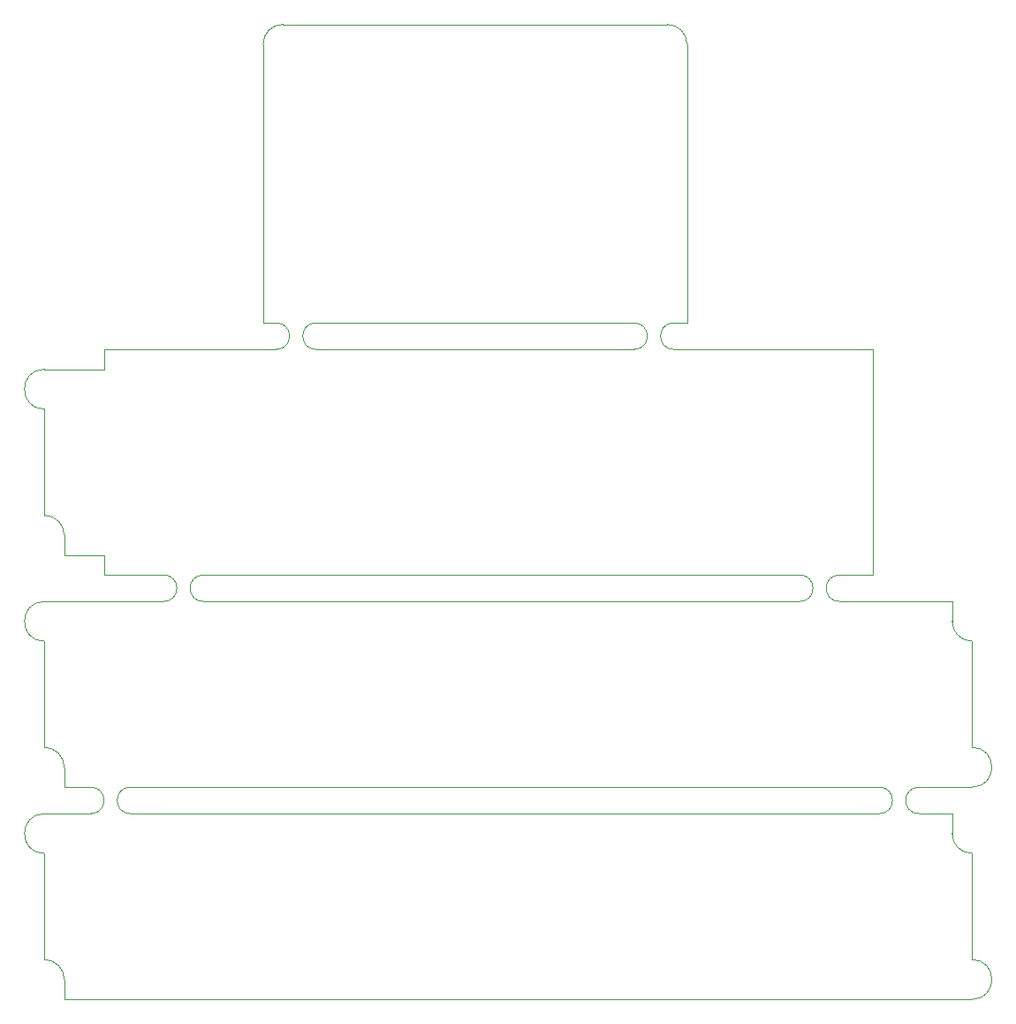
<source format=gm1>
G04 #@! TF.GenerationSoftware,KiCad,Pcbnew,(5.1.8)-1*
G04 #@! TF.CreationDate,2021-10-10T22:10:11+09:00*
G04 #@! TF.ProjectId,windsynth,77696e64-7379-46e7-9468-2e6b69636164,rev?*
G04 #@! TF.SameCoordinates,Original*
G04 #@! TF.FileFunction,Profile,NP*
%FSLAX46Y46*%
G04 Gerber Fmt 4.6, Leading zero omitted, Abs format (unit mm)*
G04 Created by KiCad (PCBNEW (5.1.8)-1) date 2021-10-10 22:10:11*
%MOMM*%
%LPD*%
G01*
G04 APERTURE LIST*
G04 #@! TA.AperFunction,Profile*
%ADD10C,0.050000*%
G04 #@! TD*
G04 APERTURE END LIST*
D10*
X168910000Y-44450000D02*
X168910000Y-55245000D01*
X128270000Y-55245000D02*
X128270000Y-44450000D01*
X128270000Y-71120000D02*
X129540000Y-71120000D01*
X167640000Y-71120000D02*
X168910000Y-71120000D01*
X133350000Y-73660000D02*
G75*
G02*
X133350000Y-71120000I0J1270000D01*
G01*
X129540000Y-71120000D02*
G75*
G02*
X129540000Y-73660000I0J-1270000D01*
G01*
X163830000Y-71120000D02*
G75*
G02*
X163830000Y-73660000I0J-1270000D01*
G01*
X167640000Y-73660000D02*
G75*
G02*
X167640000Y-71120000I0J1270000D01*
G01*
X163830000Y-71120000D02*
X133350000Y-71120000D01*
X128270000Y-55245000D02*
X128270000Y-71120000D01*
X130175000Y-42545000D02*
X167005000Y-42545000D01*
X128270000Y-44450000D02*
G75*
G02*
X130175000Y-42545000I1905000J0D01*
G01*
X168910000Y-55245000D02*
X168910000Y-71120000D01*
X167005000Y-42545000D02*
G75*
G02*
X168910000Y-44450000I0J-1905000D01*
G01*
X167640000Y-73660000D02*
X186690000Y-73660000D01*
X133350000Y-73660000D02*
X163830000Y-73660000D01*
X183515000Y-97790000D02*
X194310000Y-97790000D01*
X186690000Y-73660000D02*
X186690000Y-95250000D01*
X113030000Y-73660000D02*
X129540000Y-73660000D01*
X113030000Y-75565000D02*
X113030000Y-73660000D01*
X107315000Y-75565000D02*
X113030000Y-75565000D01*
X183515000Y-95250000D02*
X186690000Y-95250000D01*
X183515000Y-97790000D02*
G75*
G02*
X183515000Y-95250000I0J1270000D01*
G01*
X179705000Y-95250000D02*
G75*
G02*
X179705000Y-97790000I0J-1270000D01*
G01*
X179705000Y-95250000D02*
X122555000Y-95250000D01*
X113030000Y-95250000D02*
X118745000Y-95250000D01*
X113030000Y-93345000D02*
X113030000Y-95250000D01*
X109220000Y-93345000D02*
X113030000Y-93345000D01*
X107315000Y-79375000D02*
G75*
G02*
X107315000Y-75565000I0J1905000D01*
G01*
X109220000Y-93345000D02*
X109220000Y-91440000D01*
X122555000Y-97790000D02*
X179705000Y-97790000D01*
X107315000Y-97790000D02*
X118745000Y-97790000D01*
X107315000Y-79375000D02*
X107315000Y-89535000D01*
X107315000Y-89535000D02*
G75*
G02*
X109220000Y-91440000I0J-1905000D01*
G01*
X122555000Y-97790000D02*
G75*
G02*
X122555000Y-95250000I0J1270000D01*
G01*
X118745000Y-95250000D02*
G75*
G02*
X118745000Y-97790000I0J-1270000D01*
G01*
X187325000Y-118110000D02*
X115570000Y-118110000D01*
X115570000Y-115570000D02*
X187325000Y-115570000D01*
X111760000Y-118110000D02*
X107315000Y-118110000D01*
X109220000Y-115570000D02*
X111760000Y-115570000D01*
X115570000Y-118110000D02*
G75*
G02*
X115570000Y-115570000I0J1270000D01*
G01*
X111760000Y-115570000D02*
G75*
G02*
X111760000Y-118110000I0J-1270000D01*
G01*
X187325000Y-115570000D02*
G75*
G02*
X187325000Y-118110000I0J-1270000D01*
G01*
X191135000Y-118110000D02*
X194310000Y-118110000D01*
X191135000Y-115570000D02*
X196215000Y-115570000D01*
X191135000Y-118110000D02*
G75*
G02*
X191135000Y-115570000I0J1270000D01*
G01*
X196215000Y-111760000D02*
X196215000Y-101600000D01*
X107315000Y-101600000D02*
X107315000Y-111760000D01*
X109220000Y-115570000D02*
X109220000Y-113665000D01*
X107315000Y-111760000D02*
G75*
G02*
X109220000Y-113665000I0J-1905000D01*
G01*
X194310000Y-99695000D02*
X194310000Y-97790000D01*
X196215000Y-101600000D02*
G75*
G02*
X194310000Y-99695000I0J1905000D01*
G01*
X196215000Y-111760000D02*
G75*
G02*
X196215000Y-115570000I0J-1905000D01*
G01*
X107315000Y-101600000D02*
G75*
G02*
X107315000Y-97790000I0J1905000D01*
G01*
X107315000Y-132080000D02*
X107315000Y-121920000D01*
X109220000Y-135890000D02*
X109220000Y-133985000D01*
X107315000Y-132080000D02*
G75*
G02*
X109220000Y-133985000I0J-1905000D01*
G01*
X107315000Y-121920000D02*
G75*
G02*
X107315000Y-118110000I0J1905000D01*
G01*
X194310000Y-120015000D02*
X194310000Y-118110000D01*
X196215000Y-132080000D02*
X196215000Y-121920000D01*
X196215000Y-121920000D02*
G75*
G02*
X194310000Y-120015000I0J1905000D01*
G01*
X196215000Y-132080000D02*
G75*
G02*
X196215000Y-135890000I0J-1905000D01*
G01*
X196215000Y-135890000D02*
X109220000Y-135890000D01*
M02*

</source>
